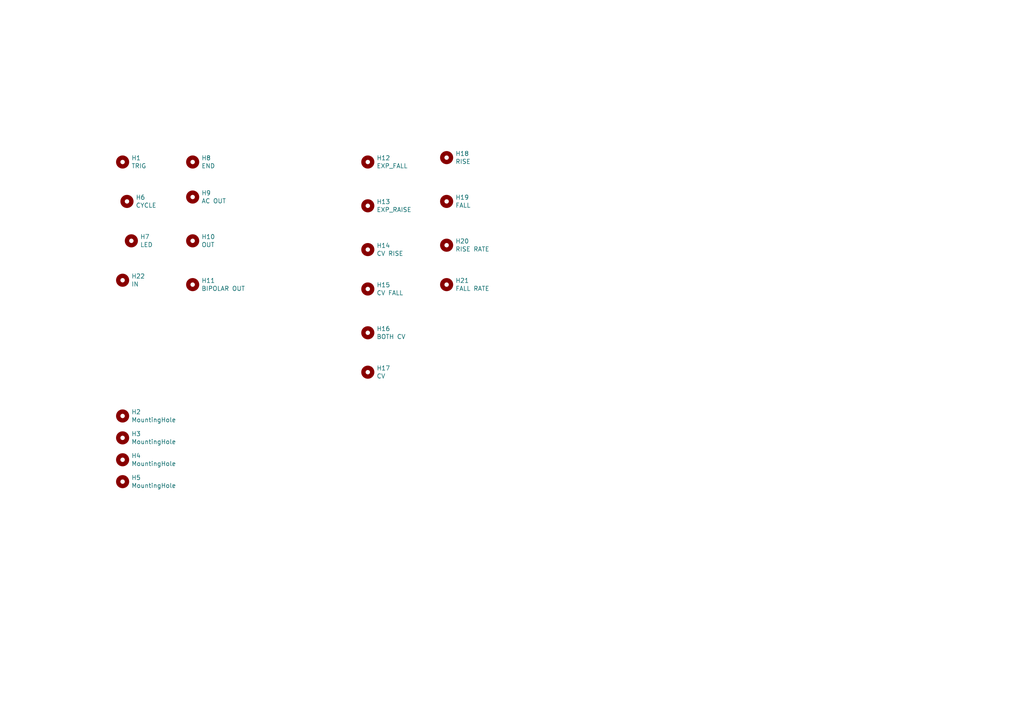
<source format=kicad_sch>
(kicad_sch (version 20230121) (generator eeschema)
  (paper "A4")
  (title_block (title "Voltage Controlled Slope") (date "2019-12-01") (rev "01") (comment 1 "Original design by Ken Stone") (comment 2 "Schema for the panel") (comment 4 "License CC BY 4.0 - Attribution 4.0 International"))
  (lib_symbols
    (symbol "Mechanical:MountingHole" (pin_names (offset 1.016))
      (property "Reference" "H" (at 0 5.08 0))
      (property "Value" "MountingHole" (at 0 3.175 0))
      (symbol "MountingHole_0_1"
        (circle (center 0 0) (radius 1.27) (stroke (width 1.27)))
      )
    )
  )
  (symbol (lib_id "Mechanical:MountingHole") (at 35.56 46.99 0) (unit 1)
    (property "Reference" "H1" (at 38.1 45.8216 0) (effects (justify left)))
    (property "Value" "TRIG" (at 38.1 48.133 0) (effects (justify left)))
    (property "Footprint" "elektrophon:panel_jack" (effects hide))
  )
  (symbol (lib_id "Mechanical:MountingHole") (at 106.68 46.99 0) (unit 1)
    (property "Reference" "H12" (at 109.22 45.8216 0) (effects (justify left)))
    (property "Value" "EXP_FALL" (at 109.22 48.133 0) (effects (justify left)))
    (property "Footprint" "elektrophon:panel_switch" (effects hide))
  )
  (symbol (lib_id "Mechanical:MountingHole") (at 129.54 45.72 0) (unit 1)
    (property "Reference" "H18" (at 132.08 44.5516 0) (effects (justify left)))
    (property "Value" "RISE" (at 132.08 46.863 0) (effects (justify left)))
    (property "Footprint" "elektrophon:panel_potentiometer" (effects hide))
  )
  (symbol (lib_id "Mechanical:MountingHole") (at 55.88 57.15 0) (unit 1)
    (property "Reference" "H9" (at 58.42 55.9816 0) (effects (justify left)))
    (property "Value" "AC OUT" (at 58.42 58.293 0) (effects (justify left)))
    (property "Footprint" "elektrophon:panel_jack" (effects hide))
  )
  (symbol (lib_id "Mechanical:MountingHole") (at 55.88 69.85 0) (unit 1)
    (property "Reference" "H10" (at 58.42 68.6816 0) (effects (justify left)))
    (property "Value" "OUT" (at 58.42 70.993 0) (effects (justify left)))
    (property "Footprint" "elektrophon:panel_jack" (effects hide))
  )
  (symbol (lib_id "Mechanical:MountingHole") (at 106.68 59.69 0) (unit 1)
    (property "Reference" "H13" (at 109.22 58.5216 0) (effects (justify left)))
    (property "Value" "EXP_RAISE" (at 109.22 60.833 0) (effects (justify left)))
    (property "Footprint" "elektrophon:panel_switch" (effects hide))
  )
  (symbol (lib_id "Mechanical:MountingHole") (at 129.54 58.42 0) (unit 1)
    (property "Reference" "H19" (at 132.08 57.2516 0) (effects (justify left)))
    (property "Value" "FALL" (at 132.08 59.563 0) (effects (justify left)))
    (property "Footprint" "elektrophon:panel_potentiometer" (effects hide))
  )
  (symbol (lib_id "Mechanical:MountingHole") (at 106.68 96.52 0) (unit 1)
    (property "Reference" "H16" (at 109.22 95.3516 0) (effects (justify left)))
    (property "Value" "BOTH CV" (at 109.22 97.663 0) (effects (justify left)))
    (property "Footprint" "elektrophon:panel_jack" (effects hide))
  )
  (symbol (lib_id "Mechanical:MountingHole") (at 106.68 72.39 0) (unit 1)
    (property "Reference" "H14" (at 109.22 71.2216 0) (effects (justify left)))
    (property "Value" "CV RISE" (at 109.22 73.533 0) (effects (justify left)))
    (property "Footprint" "elektrophon:panel_jack" (effects hide))
  )
  (symbol (lib_id "Mechanical:MountingHole") (at 129.54 71.12 0) (unit 1)
    (property "Reference" "H20" (at 132.08 69.9516 0) (effects (justify left)))
    (property "Value" "RISE RATE" (at 132.08 72.263 0) (effects (justify left)))
    (property "Footprint" "elektrophon:panel_potentiometer" (effects hide))
  )
  (symbol (lib_id "Mechanical:MountingHole") (at 106.68 83.82 0) (unit 1)
    (property "Reference" "H15" (at 109.22 82.6516 0) (effects (justify left)))
    (property "Value" "CV FALL" (at 109.22 84.963 0) (effects (justify left)))
    (property "Footprint" "elektrophon:panel_jack" (effects hide))
  )
  (symbol (lib_id "Mechanical:MountingHole") (at 129.54 82.55 0) (unit 1)
    (property "Reference" "H21" (at 132.08 81.3816 0) (effects (justify left)))
    (property "Value" "FALL RATE" (at 132.08 83.693 0) (effects (justify left)))
    (property "Footprint" "elektrophon:panel_potentiometer" (effects hide))
  )
  (symbol (lib_id "Mechanical:MountingHole") (at 35.56 120.65 0) (unit 1)
    (property "Reference" "H2" (at 38.1 119.4816 0) (effects (justify left)))
    (property "Value" "MountingHole" (at 38.1 121.793 0) (effects (justify left)))
    (property "Footprint" "MountingHole:MountingHole_3.2mm_M3" (effects hide))
  )
  (symbol (lib_id "Mechanical:MountingHole") (at 35.56 127 0) (unit 1)
    (property "Reference" "H3" (at 38.1 125.8316 0) (effects (justify left)))
    (property "Value" "MountingHole" (at 38.1 128.143 0) (effects (justify left)))
    (property "Footprint" "MountingHole:MountingHole_3.2mm_M3" (effects hide))
  )
  (symbol (lib_id "Mechanical:MountingHole") (at 35.56 133.35 0) (unit 1)
    (property "Reference" "H4" (at 38.1 132.1816 0) (effects (justify left)))
    (property "Value" "MountingHole" (at 38.1 134.493 0) (effects (justify left)))
    (property "Footprint" "MountingHole:MountingHole_3.2mm_M3" (effects hide))
  )
  (symbol (lib_id "Mechanical:MountingHole") (at 35.56 139.7 0) (unit 1)
    (property "Reference" "H5" (at 38.1 138.5316 0) (effects (justify left)))
    (property "Value" "MountingHole" (at 38.1 140.843 0) (effects (justify left)))
    (property "Footprint" "MountingHole:MountingHole_3.2mm_M3" (effects hide))
  )
  (symbol (lib_id "Mechanical:MountingHole") (at 36.83 58.42 0) (unit 1)
    (property "Reference" "H6" (at 39.37 57.2516 0) (effects (justify left)))
    (property "Value" "CYCLE" (at 39.37 59.563 0) (effects (justify left)))
    (property "Footprint" "elektrophon:panel_switch" (effects hide))
  )
  (symbol (lib_id "Mechanical:MountingHole") (at 38.1 69.85 0) (unit 1)
    (property "Reference" "H7" (at 40.64 68.6816 0) (effects (justify left)))
    (property "Value" "LED" (at 40.64 70.993 0) (effects (justify left)))
    (property "Footprint" "elektrophon:LED_Monitor" (effects hide))
  )
  (symbol (lib_id "Mechanical:MountingHole") (at 55.88 46.99 0) (unit 1)
    (property "Reference" "H8" (at 58.42 45.8216 0) (effects (justify left)))
    (property "Value" "END" (at 58.42 48.133 0) (effects (justify left)))
    (property "Footprint" "elektrophon:panel_jack" (effects hide))
  )
  (symbol (lib_id "Mechanical:MountingHole") (at 55.88 82.55 0) (unit 1)
    (property "Reference" "H11" (at 58.42 81.3816 0) (effects (justify left)))
    (property "Value" "BIPOLAR OUT" (at 58.42 83.693 0) (effects (justify left)))
    (property "Footprint" "elektrophon:panel_jack" (effects hide))
  )
  (symbol (lib_id "Mechanical:MountingHole") (at 106.68 107.95 0) (unit 1)
    (property "Reference" "H17" (at 109.22 106.7816 0) (effects (justify left)))
    (property "Value" "CV" (at 109.22 109.093 0) (effects (justify left)))
    (property "Footprint" "elektrophon:panel_jack" (effects hide))
  )
  (symbol (lib_id "Mechanical:MountingHole") (at 35.56 81.28 0) (unit 1)
    (property "Reference" "H22" (at 38.1 80.1116 0) (effects (justify left)))
    (property "Value" "IN" (at 38.1 82.423 0) (effects (justify left)))
    (property "Footprint" "elektrophon:panel_jack" (effects hide))
  )
)
</source>
